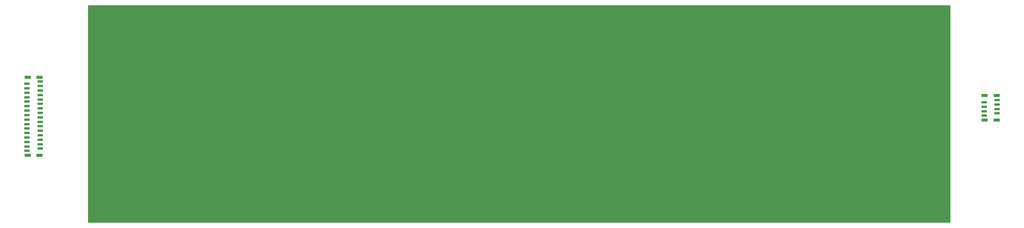
<source format=gbs>
G04 #@! TF.GenerationSoftware,KiCad,Pcbnew,6.0.8+dfsg-1~bpo11+1*
G04 #@! TF.CreationDate,2023-03-24T18:59:52-04:00*
G04 #@! TF.ProjectId,captouch_sensor_baseline,63617074-6f75-4636-985f-73656e736f72,rev?*
G04 #@! TF.SameCoordinates,Original*
G04 #@! TF.FileFunction,Soldermask,Bot*
G04 #@! TF.FilePolarity,Negative*
%FSLAX46Y46*%
G04 Gerber Fmt 4.6, Leading zero omitted, Abs format (unit mm)*
G04 Created by KiCad (PCBNEW 6.0.8+dfsg-1~bpo11+1) date 2023-03-24 18:59:52*
%MOMM*%
%LPD*%
G01*
G04 APERTURE LIST*
%ADD10C,0.150000*%
%ADD11R,1.200000X0.600000*%
%ADD12R,1.400000X0.800000*%
G04 APERTURE END LIST*
D10*
X62900000Y-55700000D02*
X255275000Y-55700000D01*
X255275000Y-55700000D02*
X255275000Y-104075000D01*
X255275000Y-104075000D02*
X62900000Y-104075000D01*
X62900000Y-104075000D02*
X62900000Y-55700000D01*
G36*
X62900000Y-55700000D02*
G01*
X255275000Y-55700000D01*
X255275000Y-104075000D01*
X62900000Y-104075000D01*
X62900000Y-55700000D01*
G37*
D11*
X52125000Y-72625000D03*
X49225000Y-73125000D03*
X52125000Y-73625000D03*
X49225000Y-74125000D03*
X52125000Y-74625000D03*
X49225000Y-75125000D03*
X52125000Y-75625000D03*
X49225000Y-76125000D03*
X52125000Y-76625000D03*
X49225000Y-77125000D03*
X52125000Y-77625000D03*
X49225000Y-78125000D03*
X52125000Y-78625000D03*
X49225000Y-79125000D03*
X52125000Y-79625000D03*
X49225000Y-80125000D03*
X52125000Y-80625000D03*
X49225000Y-81125000D03*
X52125000Y-81625000D03*
X49225000Y-82125000D03*
X52125000Y-82625000D03*
X49225000Y-83125000D03*
X52125000Y-83625000D03*
X49225000Y-84125000D03*
X52125000Y-84625000D03*
X49225000Y-85125000D03*
X52125000Y-85625000D03*
X49225000Y-86125000D03*
X52125000Y-86625000D03*
X49225000Y-87125000D03*
X52125000Y-87625000D03*
X49225000Y-88125000D03*
D12*
X52025000Y-71625000D03*
X49325000Y-71625000D03*
X52025000Y-89125000D03*
X49325000Y-89125000D03*
D11*
X265775000Y-76750000D03*
X262875000Y-77250000D03*
X265775000Y-77750000D03*
X262875000Y-78250000D03*
X265775000Y-78750000D03*
X262875000Y-79250000D03*
X265775000Y-79750000D03*
X262875000Y-80250000D03*
D12*
X265675000Y-75750000D03*
X262975000Y-75750000D03*
X265675000Y-81250000D03*
X262975000Y-81250000D03*
M02*

</source>
